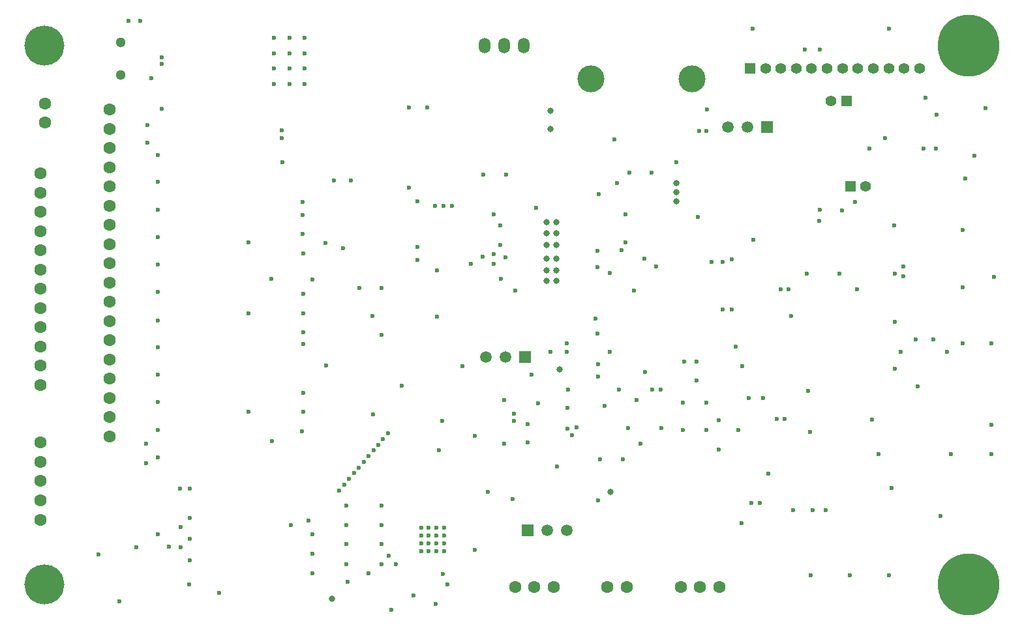
<source format=gbs>
G04*
G04 #@! TF.GenerationSoftware,Altium Limited,Altium Designer,21.6.1 (37)*
G04*
G04 Layer_Color=16711935*
%FSLAX44Y44*%
%MOMM*%
G71*
G04*
G04 #@! TF.SameCoordinates,38397863-0F1A-4956-A7FE-9114BFC2A937*
G04*
G04*
G04 #@! TF.FilePolarity,Negative*
G04*
G01*
G75*
%ADD82C,0.8000*%
%ADD88C,0.6000*%
%ADD89C,5.2000*%
%ADD90C,3.5000*%
%ADD91C,1.4000*%
%ADD92R,1.4000X1.4000*%
%ADD93R,1.5000X1.5000*%
%ADD94C,1.5000*%
%ADD95O,1.5000X2.0000*%
%ADD96C,1.6000*%
%ADD97C,8.0000*%
%ADD98C,1.3000*%
D82*
X714750Y444150D02*
D03*
X702050D02*
D03*
Y458120D02*
D03*
X714750D02*
D03*
X702050Y473360D02*
D03*
X714750D02*
D03*
X702050Y491140D02*
D03*
X714750D02*
D03*
X702050Y506380D02*
D03*
X714750D02*
D03*
Y520350D02*
D03*
X702050D02*
D03*
X870000Y547250D02*
D03*
Y571250D02*
D03*
Y559250D02*
D03*
X707000Y642000D02*
D03*
X785000Y170000D02*
D03*
X423000Y31000D02*
D03*
X718450Y329254D02*
D03*
X707000Y665000D02*
D03*
D88*
X559000Y93000D02*
D03*
X549000D02*
D03*
X539000D02*
D03*
X569000D02*
D03*
X559000Y123000D02*
D03*
X549000D02*
D03*
X539000D02*
D03*
X569000D02*
D03*
Y103000D02*
D03*
Y113000D02*
D03*
X539000Y103000D02*
D03*
X549000D02*
D03*
X539000Y113000D02*
D03*
X549000D02*
D03*
X559000Y103000D02*
D03*
Y113000D02*
D03*
X619000Y476000D02*
D03*
X1257000Y607000D02*
D03*
X955750Y333000D02*
D03*
X909000Y250349D02*
D03*
X951000D02*
D03*
X560000Y397446D02*
D03*
X514000Y308000D02*
D03*
X560000Y458000D02*
D03*
X534000Y548000D02*
D03*
X393000Y133000D02*
D03*
X878651Y286000D02*
D03*
X830000Y326000D02*
D03*
X819000Y289000D02*
D03*
X729000Y279000D02*
D03*
X735000Y244000D02*
D03*
X729000Y252000D02*
D03*
X741000Y254000D02*
D03*
X691000Y285000D02*
D03*
X777000Y282000D02*
D03*
X796000Y303000D02*
D03*
X771000Y212000D02*
D03*
X801000D02*
D03*
X824000Y233000D02*
D03*
X500000Y17000D02*
D03*
X567000Y63000D02*
D03*
X1242000Y510000D02*
D03*
Y436000D02*
D03*
X147000Y28000D02*
D03*
X442000Y152450D02*
D03*
X488000D02*
D03*
X641947Y491000D02*
D03*
X648713Y475000D02*
D03*
X633000Y531000D02*
D03*
X641947Y516447D02*
D03*
X384100Y249000D02*
D03*
X768000Y483000D02*
D03*
X804400Y494400D02*
D03*
X1154000Y391000D02*
D03*
X1181000Y368000D02*
D03*
X677000Y234000D02*
D03*
Y258000D02*
D03*
X659500Y262500D02*
D03*
X497000Y87000D02*
D03*
X458199Y201600D02*
D03*
X477100Y223800D02*
D03*
X470799Y216400D02*
D03*
X445599Y186800D02*
D03*
X439299Y179400D02*
D03*
X451899Y194200D02*
D03*
X464500Y209000D02*
D03*
X483400Y231200D02*
D03*
X385000Y547000D02*
D03*
X496000Y246000D02*
D03*
X489700Y238600D02*
D03*
X925000Y263000D02*
D03*
X964000Y292000D02*
D03*
X897000Y339000D02*
D03*
X769000Y159000D02*
D03*
X438000Y487000D02*
D03*
X398000Y446000D02*
D03*
X620000Y582000D02*
D03*
X649000D02*
D03*
X488000Y374000D02*
D03*
X477000Y271000D02*
D03*
X1146600Y61800D02*
D03*
X1045000Y61400D02*
D03*
X345200Y236100D02*
D03*
X566000Y262000D02*
D03*
X1283000Y449000D02*
D03*
X476000Y399000D02*
D03*
X661000Y432000D02*
D03*
X593000Y333000D02*
D03*
X916000Y468950D02*
D03*
X880747Y339000D02*
D03*
X947000Y359000D02*
D03*
X728000Y363000D02*
D03*
X682000Y322000D02*
D03*
X765000Y395000D02*
D03*
X942000Y407000D02*
D03*
X930050D02*
D03*
Y468950D02*
D03*
X488000Y435000D02*
D03*
X534000Y471000D02*
D03*
X458700Y435300D02*
D03*
X448000Y575000D02*
D03*
X426000D02*
D03*
X386000Y362000D02*
D03*
X385000Y530000D02*
D03*
X416000Y334000D02*
D03*
X386000Y299000D02*
D03*
X344257Y446743D02*
D03*
X386000Y480000D02*
D03*
Y274000D02*
D03*
X432999Y172000D02*
D03*
X573000Y50000D02*
D03*
X942000Y472000D02*
D03*
X189000Y708000D02*
D03*
X633000Y479000D02*
D03*
Y466000D02*
D03*
X793000Y571000D02*
D03*
X770000Y557000D02*
D03*
X688000Y539000D02*
D03*
X604000Y466000D02*
D03*
X546500Y669500D02*
D03*
X728000Y352000D02*
D03*
X388000Y720000D02*
D03*
Y740000D02*
D03*
Y700000D02*
D03*
X386000Y427000D02*
D03*
X414975Y493000D02*
D03*
X315000Y494000D02*
D03*
X385000Y505000D02*
D03*
X348000Y740000D02*
D03*
Y720000D02*
D03*
Y700000D02*
D03*
X358000Y630000D02*
D03*
Y640000D02*
D03*
X359000Y598000D02*
D03*
X368000Y720000D02*
D03*
Y700000D02*
D03*
Y740000D02*
D03*
X838000Y585000D02*
D03*
X925501Y225000D02*
D03*
X910000Y667000D02*
D03*
X790000Y628000D02*
D03*
X659500Y272000D02*
D03*
X990000Y194000D02*
D03*
X1057000Y745000D02*
D03*
X1208420Y660604D02*
D03*
X534000Y488000D02*
D03*
X658000Y161000D02*
D03*
X488000Y127000D02*
D03*
X730000Y303000D02*
D03*
X769100Y336000D02*
D03*
X707000Y352000D02*
D03*
X850000Y303000D02*
D03*
X983250Y292000D02*
D03*
X562000Y224000D02*
D03*
X647000Y233000D02*
D03*
X609000Y243000D02*
D03*
X955000Y129000D02*
D03*
X609000Y95000D02*
D03*
X506000Y76000D02*
D03*
X558000Y24000D02*
D03*
X1037000Y745000D02*
D03*
X1141000Y630000D02*
D03*
X159000Y782000D02*
D03*
X169000Y98000D02*
D03*
X120000Y89000D02*
D03*
X1056000Y522000D02*
D03*
X1124000Y264000D02*
D03*
X844000Y463000D02*
D03*
X1016000Y433000D02*
D03*
X1006000D02*
D03*
X626000Y170000D02*
D03*
X174000Y782000D02*
D03*
X1279000Y219000D02*
D03*
X1154000Y454000D02*
D03*
X808000Y253000D02*
D03*
X839000Y303000D02*
D03*
X647000Y289000D02*
D03*
X715000Y203000D02*
D03*
X769000Y320000D02*
D03*
X783650Y352000D02*
D03*
X1165000Y463000D02*
D03*
X1162000Y352000D02*
D03*
X1105000Y433000D02*
D03*
X1165000Y450000D02*
D03*
X1001000Y265000D02*
D03*
X1153000Y516000D02*
D03*
X1085000Y536000D02*
D03*
X1082000Y454000D02*
D03*
X1019000Y399000D02*
D03*
X1040000Y454000D02*
D03*
X968000Y156000D02*
D03*
X1011000Y265000D02*
D03*
X979000Y156000D02*
D03*
X1121000Y616000D02*
D03*
X1279000Y363000D02*
D03*
Y257000D02*
D03*
X1227000Y219000D02*
D03*
X1044000Y248000D02*
D03*
X1184000Y307000D02*
D03*
X1132421Y219421D02*
D03*
X1242000Y363000D02*
D03*
X642803Y447197D02*
D03*
X1041000Y301000D02*
D03*
X1154000Y330000D02*
D03*
X1204000Y368000D02*
D03*
X1222000Y352000D02*
D03*
X1095600Y61600D02*
D03*
X900000Y639000D02*
D03*
X909000D02*
D03*
X523000Y669500D02*
D03*
X804000Y531000D02*
D03*
X829000Y473025D02*
D03*
X809000Y585000D02*
D03*
X388000Y760000D02*
D03*
X368000D02*
D03*
X348000D02*
D03*
X568000Y542000D02*
D03*
X557000D02*
D03*
X579000D02*
D03*
X523000Y565000D02*
D03*
X768000Y375900D02*
D03*
X202000Y668000D02*
D03*
Y726000D02*
D03*
Y735000D02*
D03*
X184000Y624000D02*
D03*
Y647000D02*
D03*
X1245000Y577000D02*
D03*
X1102000Y547000D02*
D03*
X898096Y527096D02*
D03*
X529000Y35000D02*
D03*
X851000Y253000D02*
D03*
X471000Y64500D02*
D03*
X239000Y109000D02*
D03*
X897000Y315000D02*
D03*
X815500Y431667D02*
D03*
X870000Y598000D02*
D03*
X1213000Y139000D02*
D03*
X444000Y53000D02*
D03*
X398000Y63800D02*
D03*
Y89200D02*
D03*
Y114600D02*
D03*
X370250Y126850D02*
D03*
X315250Y274000D02*
D03*
Y402000D02*
D03*
X878651Y250349D02*
D03*
X197000Y608000D02*
D03*
X783650Y454250D02*
D03*
X1047000Y146000D02*
D03*
X1022000D02*
D03*
X1146000Y772000D02*
D03*
X969000Y771998D02*
D03*
X276500Y38825D02*
D03*
X1064000Y146000D02*
D03*
X1194000Y682000D02*
D03*
X1191500Y616000D02*
D03*
X1207000D02*
D03*
X488000Y101950D02*
D03*
Y76000D02*
D03*
X768000Y462000D02*
D03*
X226000Y174000D02*
D03*
X970000Y498000D02*
D03*
X799125Y484125D02*
D03*
X1272000Y669000D02*
D03*
X909000Y286000D02*
D03*
X1150000Y175000D02*
D03*
X197000Y115000D02*
D03*
X212000Y99000D02*
D03*
X239000Y174000D02*
D03*
X197000Y573000D02*
D03*
Y537000D02*
D03*
X182000Y233000D02*
D03*
X197000Y250727D02*
D03*
Y286700D02*
D03*
Y322182D02*
D03*
Y358000D02*
D03*
Y393000D02*
D03*
Y430000D02*
D03*
Y501000D02*
D03*
Y215000D02*
D03*
X227000Y98000D02*
D03*
Y124000D02*
D03*
X239000Y136000D02*
D03*
X182000Y207000D02*
D03*
X197000Y465091D02*
D03*
X239000Y81000D02*
D03*
X238000Y50000D02*
D03*
X442000Y127000D02*
D03*
Y101950D02*
D03*
Y76000D02*
D03*
X386000Y377000D02*
D03*
Y402000D02*
D03*
X1057000Y537000D02*
D03*
D89*
X50000Y50000D02*
D03*
Y750000D02*
D03*
D90*
X890700Y707000D02*
D03*
X759300D02*
D03*
D91*
X1186000Y720000D02*
D03*
X1166000D02*
D03*
X1106000D02*
D03*
X1086000D02*
D03*
X1066000D02*
D03*
X1046000D02*
D03*
X1026000D02*
D03*
X1006000D02*
D03*
X986000D02*
D03*
X1126000D02*
D03*
X1146000D02*
D03*
X1071000Y678000D02*
D03*
X1116000Y567000D02*
D03*
D92*
X966000Y720000D02*
D03*
X1091000Y678000D02*
D03*
X1096000Y567000D02*
D03*
D93*
X673800Y345000D02*
D03*
X988400Y644000D02*
D03*
X677600Y120000D02*
D03*
D94*
X648400Y345000D02*
D03*
X623000D02*
D03*
X963000Y644000D02*
D03*
X937600D02*
D03*
X728400Y120000D02*
D03*
X703000D02*
D03*
D95*
X672400Y750000D02*
D03*
X647000D02*
D03*
X621600D02*
D03*
D96*
X876000Y46000D02*
D03*
X901000D02*
D03*
X926000D02*
D03*
X135000Y567000D02*
D03*
Y667000D02*
D03*
Y642000D02*
D03*
Y617000D02*
D03*
Y592000D02*
D03*
Y492000D02*
D03*
Y517000D02*
D03*
Y542000D02*
D03*
Y467000D02*
D03*
Y392000D02*
D03*
Y442000D02*
D03*
Y417000D02*
D03*
Y317000D02*
D03*
Y342000D02*
D03*
Y292000D02*
D03*
Y367000D02*
D03*
Y242000D02*
D03*
Y267000D02*
D03*
X45000Y134000D02*
D03*
Y234000D02*
D03*
Y209000D02*
D03*
Y184000D02*
D03*
Y159000D02*
D03*
Y484000D02*
D03*
Y584000D02*
D03*
Y559000D02*
D03*
Y534000D02*
D03*
Y509000D02*
D03*
Y409000D02*
D03*
Y434000D02*
D03*
Y459000D02*
D03*
Y384000D02*
D03*
Y309000D02*
D03*
Y359000D02*
D03*
Y334000D02*
D03*
X781000Y46000D02*
D03*
X806000D02*
D03*
X661000D02*
D03*
X686000D02*
D03*
X711000D02*
D03*
X51000Y650000D02*
D03*
Y675000D02*
D03*
D97*
X1250000Y50000D02*
D03*
Y750000D02*
D03*
D98*
X149000Y712000D02*
D03*
Y754000D02*
D03*
M02*

</source>
